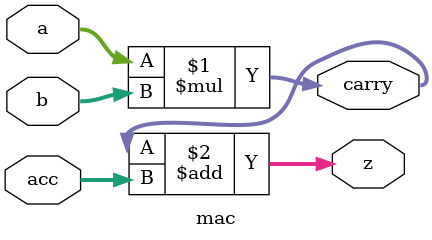
<source format=v>
module mac(z, a, b,carry,acc);
	output [15:0] carry;
	output [15:0] z;
	input  [7:0] a;
	input  [7:0] b;
	input  [7:0] acc;

	assign carry = a * b;
	assign z = carry + acc;
endmodule
</source>
